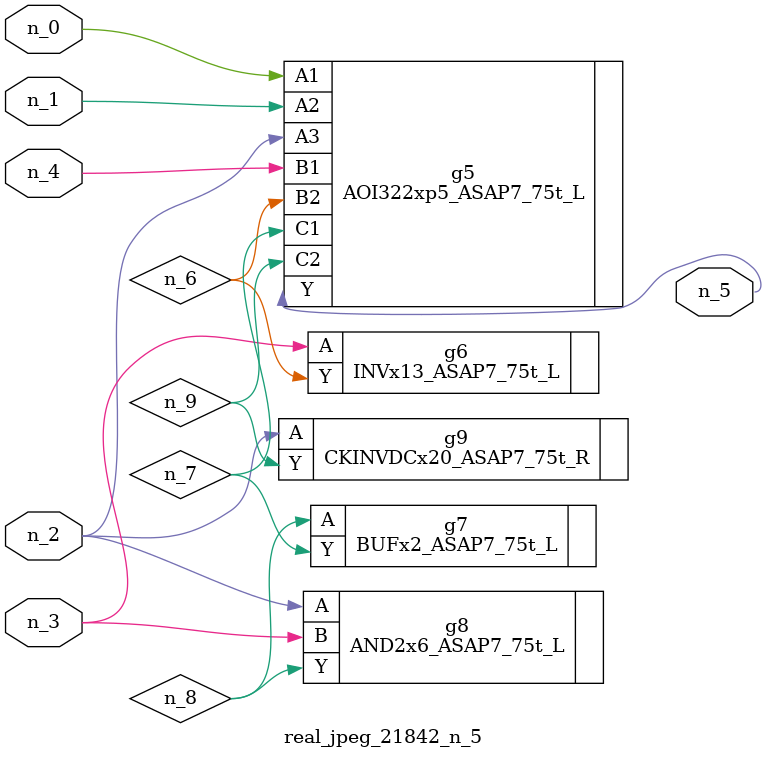
<source format=v>
module real_jpeg_21842_n_5 (n_4, n_0, n_1, n_2, n_3, n_5);

input n_4;
input n_0;
input n_1;
input n_2;
input n_3;

output n_5;

wire n_8;
wire n_6;
wire n_7;
wire n_9;

AOI322xp5_ASAP7_75t_L g5 ( 
.A1(n_0),
.A2(n_1),
.A3(n_2),
.B1(n_4),
.B2(n_6),
.C1(n_7),
.C2(n_9),
.Y(n_5)
);

AND2x6_ASAP7_75t_L g8 ( 
.A(n_2),
.B(n_3),
.Y(n_8)
);

CKINVDCx20_ASAP7_75t_R g9 ( 
.A(n_2),
.Y(n_9)
);

INVx13_ASAP7_75t_L g6 ( 
.A(n_3),
.Y(n_6)
);

BUFx2_ASAP7_75t_L g7 ( 
.A(n_8),
.Y(n_7)
);


endmodule
</source>
